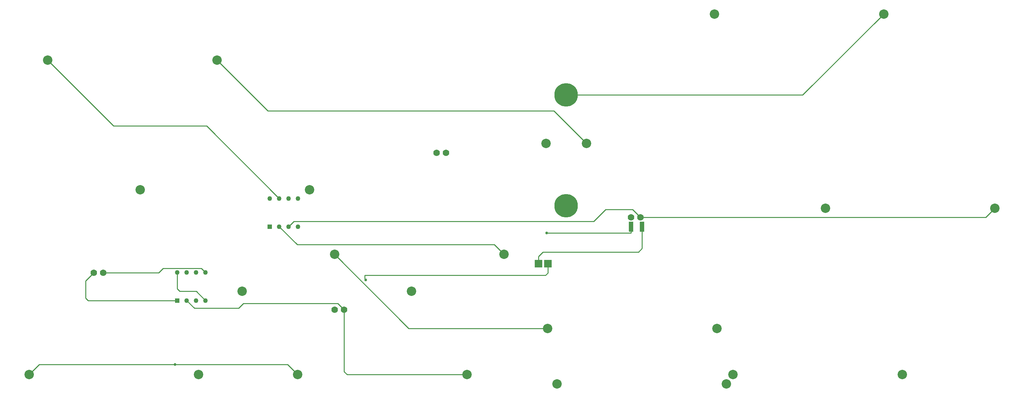
<source format=gbr>
G04 PROTEUS GERBER X2 FILE*
%TF.GenerationSoftware,Labcenter,Proteus,8.13-SP0-Build31525*%
%TF.CreationDate,2025-12-25T14:29:14+00:00*%
%TF.FileFunction,Copper,L1,Top*%
%TF.FilePolarity,Positive*%
%TF.Part,Single*%
%TF.SameCoordinates,{db0003a8-45e4-4f23-9e85-8f5fa2e6f16b}*%
%FSLAX45Y45*%
%MOMM*%
G01*
%TA.AperFunction,Conductor*%
%ADD10C,0.254000*%
%TA.AperFunction,ViaPad*%
%ADD11C,0.762000*%
%TA.AperFunction,ComponentPad*%
%ADD12C,1.778000*%
%TA.AperFunction,SMDPad,CuDef*%
%ADD13R,1.143000X2.692400*%
%TA.AperFunction,ComponentPad*%
%ADD14R,2.032000X2.032000*%
%TA.AperFunction,ComponentPad*%
%ADD15C,2.540000*%
%ADD16C,6.350000*%
%TA.AperFunction,ComponentPad*%
%ADD17R,1.270000X1.270000*%
%ADD18C,1.270000*%
%TD.AperFunction*%
D10*
X-6988000Y+3000000D02*
X-7239161Y+3251161D01*
X-7683500Y+3251161D01*
X-7750000Y+3317661D01*
X-7750000Y+3762000D01*
X-7810500Y+1270000D02*
X-4770000Y+1270000D01*
X-4500000Y+1000000D01*
X-7937500Y+1270000D02*
X-11480000Y+1270000D01*
X-11750000Y+1000000D01*
X-7937500Y+1270000D02*
X-7810500Y+1270000D01*
X-3246000Y+2750000D02*
X-3246000Y+1079500D01*
X-3166500Y+1000000D01*
X+72000Y+1000000D01*
X-3246000Y+2750000D02*
X-3417000Y+2921000D01*
X-5969000Y+2921000D01*
X-6096000Y+2794000D01*
X-7290000Y+2794000D01*
X-7496000Y+3000000D01*
X-9750000Y+3750000D02*
X-8255000Y+3750000D01*
X-8131500Y+3873500D01*
X-7099500Y+3873500D01*
X-6988000Y+3762000D01*
X+4754000Y+5250000D02*
X+14072000Y+5250000D01*
X+14322000Y+5500000D01*
X+4754000Y+5250000D02*
X+4543000Y+5461000D01*
X+3810000Y+5461000D01*
X+3492500Y+5143500D01*
X-4598500Y+5143500D01*
X-4742000Y+5000000D01*
X-11250000Y+9500000D02*
X-9474286Y+7724286D01*
X-6958286Y+7724286D01*
X-4996000Y+5762000D01*
X+2000000Y+4000000D02*
X+2000000Y+4191000D01*
X+2122235Y+4313235D01*
X+4699000Y+4313235D01*
X+4800000Y+4414235D01*
X+4800000Y+5000000D01*
X-4996000Y+5000000D02*
X-4508287Y+4512287D01*
X+809713Y+4512287D01*
X+1072000Y+4250000D01*
X+2250000Y+2250000D02*
X-1500000Y+2250000D01*
X-3500000Y+4250000D01*
X-6678000Y+9500000D02*
X-5306000Y+8128000D01*
X+2415560Y+8128000D01*
X+3293560Y+7250000D01*
X+2222500Y+4826000D02*
X+4500000Y+4826000D01*
X+4500000Y+5000000D01*
X+2750000Y+8563180D02*
X+9135180Y+8563180D01*
X+11322000Y+10750000D01*
X-7750000Y+3000000D02*
X-10160000Y+3000000D01*
X-10223500Y+3063500D01*
X-10223500Y+3530500D01*
X-10004000Y+3750000D01*
X+2254000Y+4000000D02*
X+2254000Y+3746500D01*
X+2190500Y+3683000D01*
X-2685873Y+3683000D01*
X-2685873Y+3594100D01*
X-2667000Y+3575227D01*
X-2667000Y+3556000D01*
D11*
X-7810500Y+1270000D03*
X+2222500Y+4826000D03*
X-2667000Y+3556000D03*
D12*
X-10004000Y+3750000D03*
X-9750000Y+3750000D03*
X-3500000Y+2750000D03*
X-3246000Y+2750000D03*
X-750000Y+7000000D03*
X-496000Y+7000000D03*
X+4500000Y+5250000D03*
X+4754000Y+5250000D03*
D13*
X+4500000Y+5000000D03*
X+4800000Y+5000000D03*
D14*
X+2000000Y+4000000D03*
X+2254000Y+4000000D03*
D15*
X+2206440Y+7250000D03*
X+3293560Y+7250000D03*
D16*
X+2750000Y+8563180D03*
X+2750000Y+5565980D03*
D15*
X-11750000Y+1000000D03*
X-7178000Y+1000000D03*
X-4500000Y+1000000D03*
X+72000Y+1000000D03*
X+7250000Y+1000000D03*
X+11822000Y+1000000D03*
X+2250000Y+2250000D03*
X+6822000Y+2250000D03*
X+9750000Y+5500000D03*
X+14322000Y+5500000D03*
X-6000000Y+3250000D03*
X-1428000Y+3250000D03*
X-3500000Y+4250000D03*
X+1072000Y+4250000D03*
X-11250000Y+9500000D03*
X-6678000Y+9500000D03*
X-8750000Y+6000000D03*
X-4178000Y+6000000D03*
X+6750000Y+10750000D03*
X+11322000Y+10750000D03*
X+2500000Y+750000D03*
X+7072000Y+750000D03*
D17*
X-7750000Y+3000000D03*
D18*
X-7496000Y+3000000D03*
X-7242000Y+3000000D03*
X-6988000Y+3000000D03*
X-6988000Y+3762000D03*
X-7242000Y+3762000D03*
X-7496000Y+3762000D03*
X-7750000Y+3762000D03*
D17*
X-5250000Y+5000000D03*
D18*
X-4996000Y+5000000D03*
X-4742000Y+5000000D03*
X-4488000Y+5000000D03*
X-4488000Y+5762000D03*
X-4742000Y+5762000D03*
X-4996000Y+5762000D03*
X-5250000Y+5762000D03*
M02*

</source>
